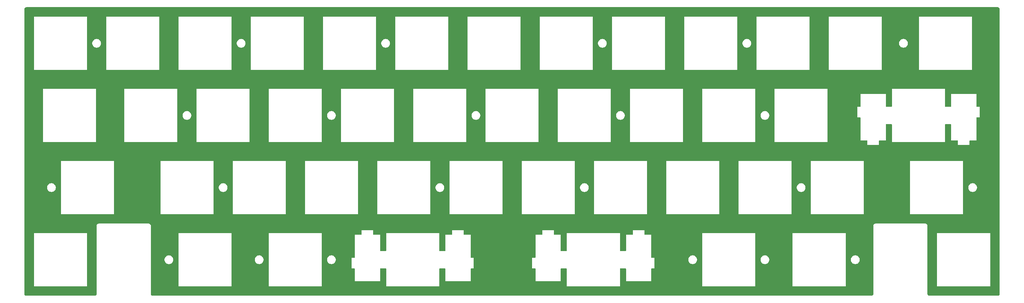
<source format=gbr>
%TF.GenerationSoftware,KiCad,Pcbnew,8.0.8*%
%TF.CreationDate,2025-05-13T11:21:35+02:00*%
%TF.ProjectId,naevies plate proto split,6e616576-6965-4732-9070-6c6174652070,rev?*%
%TF.SameCoordinates,Original*%
%TF.FileFunction,Copper,L1,Top*%
%TF.FilePolarity,Positive*%
%FSLAX46Y46*%
G04 Gerber Fmt 4.6, Leading zero omitted, Abs format (unit mm)*
G04 Created by KiCad (PCBNEW 8.0.8) date 2025-05-13 11:21:35*
%MOMM*%
%LPD*%
G01*
G04 APERTURE LIST*
G04 APERTURE END LIST*
%TA.AperFunction,Conductor*%
%TO.N,GND*%
G36*
X274139566Y-24606319D02*
G01*
X274142739Y-24606424D01*
X274188827Y-24607963D01*
X274216776Y-24612118D01*
X274313892Y-24638139D01*
X274343790Y-24650523D01*
X274428970Y-24699697D01*
X274429039Y-24699737D01*
X274454716Y-24719437D01*
X274524329Y-24789043D01*
X274544032Y-24814718D01*
X274593244Y-24899943D01*
X274593255Y-24899961D01*
X274605644Y-24929865D01*
X274631659Y-25026924D01*
X274635821Y-25054969D01*
X274637434Y-25104231D01*
X274637500Y-25108289D01*
X274637500Y-100304260D01*
X274637437Y-100308222D01*
X274635862Y-100357488D01*
X274631697Y-100385630D01*
X274605691Y-100482653D01*
X274593302Y-100512556D01*
X274544072Y-100597812D01*
X274524366Y-100623491D01*
X274454751Y-100693099D01*
X274429070Y-100712802D01*
X274343812Y-100762022D01*
X274313908Y-100774408D01*
X274216832Y-100800418D01*
X274188783Y-100804577D01*
X274142783Y-100806077D01*
X274139522Y-100806184D01*
X274135481Y-100806250D01*
X256089570Y-100806250D01*
X256085435Y-100806181D01*
X256078724Y-100805957D01*
X256036172Y-100804536D01*
X256008219Y-100800380D01*
X255911110Y-100774361D01*
X255881206Y-100761975D01*
X255795960Y-100712762D01*
X255770282Y-100693061D01*
X255700669Y-100623455D01*
X255680967Y-100597781D01*
X255631742Y-100512533D01*
X255619356Y-100482637D01*
X255593340Y-100385575D01*
X255589178Y-100357527D01*
X255587566Y-100308265D01*
X255587500Y-100304210D01*
X255587500Y-98281060D01*
X258113075Y-98281060D01*
X272112075Y-98281060D01*
X272112075Y-84281600D01*
X258113075Y-84281600D01*
X258113075Y-98281060D01*
X255587500Y-98281060D01*
X255587500Y-82256258D01*
X255587500Y-82256250D01*
X255585405Y-82190703D01*
X255551465Y-82064079D01*
X255485910Y-81950552D01*
X255485908Y-81950550D01*
X255485906Y-81950547D01*
X255393210Y-81857860D01*
X255373409Y-81846429D01*
X255279675Y-81792316D01*
X255279672Y-81792315D01*
X255279668Y-81792313D01*
X255153048Y-81758388D01*
X255087502Y-81756250D01*
X255087500Y-81756250D01*
X241800000Y-81756250D01*
X241767230Y-81757344D01*
X241734457Y-81758438D01*
X241734454Y-81758438D01*
X241607850Y-81792360D01*
X241607846Y-81792362D01*
X241494320Y-81857900D01*
X241401633Y-81950578D01*
X241401628Y-81950585D01*
X241336082Y-82064097D01*
X241336081Y-82064099D01*
X241302145Y-82190707D01*
X241302145Y-82190710D01*
X241300000Y-82256260D01*
X241300000Y-100304260D01*
X241299937Y-100308222D01*
X241298362Y-100357488D01*
X241294197Y-100385630D01*
X241268191Y-100482653D01*
X241255802Y-100512556D01*
X241206572Y-100597812D01*
X241186866Y-100623491D01*
X241117251Y-100693099D01*
X241091570Y-100712802D01*
X241006312Y-100762022D01*
X240976408Y-100774408D01*
X240879332Y-100800418D01*
X240851283Y-100804577D01*
X240805283Y-100806077D01*
X240802022Y-100806184D01*
X240797981Y-100806250D01*
X51302070Y-100806250D01*
X51297935Y-100806181D01*
X51291224Y-100805957D01*
X51248672Y-100804536D01*
X51220719Y-100800380D01*
X51123610Y-100774361D01*
X51093706Y-100761975D01*
X51008460Y-100712762D01*
X50982782Y-100693061D01*
X50913169Y-100623455D01*
X50893467Y-100597781D01*
X50844242Y-100512533D01*
X50831856Y-100482637D01*
X50805840Y-100385575D01*
X50801678Y-100357527D01*
X50800066Y-100308265D01*
X50800000Y-100304210D01*
X50800000Y-98281330D01*
X58087425Y-98281330D01*
X72087425Y-98281330D01*
X81899925Y-98281330D01*
X95899925Y-98281330D01*
X95899925Y-91174914D01*
X97277453Y-91174914D01*
X97277453Y-91387586D01*
X97316531Y-91596637D01*
X97393356Y-91794944D01*
X97393358Y-91794950D01*
X97505308Y-91975755D01*
X97505314Y-91975764D01*
X97648590Y-92132931D01*
X97818306Y-92261094D01*
X97915889Y-92309684D01*
X98008671Y-92355885D01*
X98008675Y-92355886D01*
X98008682Y-92355890D01*
X98213235Y-92414091D01*
X98424999Y-92433714D01*
X98425000Y-92433714D01*
X98425001Y-92433714D01*
X98495588Y-92427173D01*
X98636765Y-92414091D01*
X98841318Y-92355890D01*
X99031694Y-92261094D01*
X99201410Y-92132931D01*
X99344686Y-91975764D01*
X99456643Y-91794947D01*
X99533469Y-91596637D01*
X99572547Y-91387586D01*
X99575000Y-91281250D01*
X99572547Y-91174914D01*
X99533469Y-90965863D01*
X99459152Y-90774030D01*
X103727175Y-90774030D01*
X103727175Y-93568030D01*
X104466775Y-93568030D01*
X104533814Y-93587715D01*
X104579569Y-93640519D01*
X104590775Y-93692030D01*
X104590775Y-96971630D01*
X111245575Y-96971630D01*
X111245575Y-93704830D01*
X111265260Y-93637791D01*
X111318064Y-93592036D01*
X111369575Y-93580830D01*
X112731675Y-93580830D01*
X112798714Y-93600515D01*
X112844469Y-93653319D01*
X112855675Y-93704830D01*
X112855675Y-98281330D01*
X126856675Y-98281330D01*
X126856675Y-93704830D01*
X126876360Y-93637791D01*
X126929164Y-93592036D01*
X126980675Y-93580830D01*
X128342775Y-93580830D01*
X128409814Y-93600515D01*
X128455569Y-93653319D01*
X128466775Y-93704830D01*
X128466775Y-96971630D01*
X135121574Y-96971630D01*
X135121575Y-96971630D01*
X135131307Y-93704461D01*
X135151191Y-93637480D01*
X135204131Y-93591883D01*
X135255306Y-93580830D01*
X135955675Y-93580830D01*
X135955675Y-90781930D01*
X135255470Y-90781930D01*
X135228566Y-90774030D01*
X151352175Y-90774030D01*
X151352175Y-93568030D01*
X152091775Y-93568030D01*
X152158814Y-93587715D01*
X152204569Y-93640519D01*
X152215775Y-93692030D01*
X152215775Y-96971630D01*
X158870575Y-96971630D01*
X158870575Y-93704830D01*
X158890260Y-93637791D01*
X158943064Y-93592036D01*
X158994575Y-93580830D01*
X160356675Y-93580830D01*
X160423714Y-93600515D01*
X160469469Y-93653319D01*
X160480675Y-93704830D01*
X160480675Y-98281330D01*
X174481675Y-98281330D01*
X196199925Y-98281330D01*
X210199925Y-98281330D01*
X220012425Y-98281330D01*
X234012425Y-98281330D01*
X234012425Y-91174914D01*
X235389953Y-91174914D01*
X235389953Y-91387586D01*
X235429031Y-91596637D01*
X235505856Y-91794944D01*
X235505858Y-91794950D01*
X235617808Y-91975755D01*
X235617814Y-91975764D01*
X235761090Y-92132931D01*
X235930806Y-92261094D01*
X236028389Y-92309684D01*
X236121171Y-92355885D01*
X236121175Y-92355886D01*
X236121182Y-92355890D01*
X236325735Y-92414091D01*
X236537499Y-92433714D01*
X236537500Y-92433714D01*
X236537501Y-92433714D01*
X236608088Y-92427173D01*
X236749265Y-92414091D01*
X236953818Y-92355890D01*
X237144194Y-92261094D01*
X237313910Y-92132931D01*
X237457186Y-91975764D01*
X237569143Y-91794947D01*
X237645969Y-91596637D01*
X237685047Y-91387586D01*
X237687500Y-91281250D01*
X237685047Y-91174914D01*
X237645969Y-90965863D01*
X237569143Y-90767553D01*
X237565856Y-90762245D01*
X237457191Y-90586744D01*
X237457189Y-90586741D01*
X237457186Y-90586736D01*
X237313910Y-90429569D01*
X237144194Y-90301406D01*
X236953828Y-90206614D01*
X236953815Y-90206609D01*
X236884317Y-90186835D01*
X236749265Y-90148409D01*
X236643382Y-90138598D01*
X236537501Y-90128787D01*
X236537499Y-90128787D01*
X236325735Y-90148409D01*
X236121184Y-90206609D01*
X236121171Y-90206614D01*
X235930805Y-90301406D01*
X235761091Y-90429568D01*
X235761090Y-90429569D01*
X235617814Y-90586736D01*
X235617812Y-90586737D01*
X235617810Y-90586741D01*
X235617808Y-90586744D01*
X235505858Y-90767549D01*
X235505857Y-90767553D01*
X235429031Y-90965863D01*
X235389953Y-91174914D01*
X234012425Y-91174914D01*
X234012425Y-84281330D01*
X220012425Y-84281330D01*
X220012425Y-98281330D01*
X210199925Y-98281330D01*
X210199925Y-91174914D01*
X211577453Y-91174914D01*
X211577453Y-91387586D01*
X211616531Y-91596637D01*
X211693356Y-91794944D01*
X211693358Y-91794950D01*
X211805308Y-91975755D01*
X211805314Y-91975764D01*
X211948590Y-92132931D01*
X212118306Y-92261094D01*
X212215889Y-92309684D01*
X212308671Y-92355885D01*
X212308675Y-92355886D01*
X212308682Y-92355890D01*
X212513235Y-92414091D01*
X212724999Y-92433714D01*
X212725000Y-92433714D01*
X212725001Y-92433714D01*
X212795588Y-92427173D01*
X212936765Y-92414091D01*
X213141318Y-92355890D01*
X213331694Y-92261094D01*
X213501410Y-92132931D01*
X213644686Y-91975764D01*
X213756643Y-91794947D01*
X213833469Y-91596637D01*
X213872547Y-91387586D01*
X213875000Y-91281250D01*
X213872547Y-91174914D01*
X213833469Y-90965863D01*
X213756643Y-90767553D01*
X213753356Y-90762245D01*
X213644691Y-90586744D01*
X213644689Y-90586741D01*
X213644686Y-90586736D01*
X213501410Y-90429569D01*
X213331694Y-90301406D01*
X213141328Y-90206614D01*
X213141315Y-90206609D01*
X213071817Y-90186835D01*
X212936765Y-90148409D01*
X212830882Y-90138598D01*
X212725001Y-90128787D01*
X212724999Y-90128787D01*
X212513235Y-90148409D01*
X212308684Y-90206609D01*
X212308671Y-90206614D01*
X212118305Y-90301406D01*
X211948591Y-90429568D01*
X211948590Y-90429569D01*
X211805314Y-90586736D01*
X211805312Y-90586737D01*
X211805310Y-90586741D01*
X211805308Y-90586744D01*
X211693358Y-90767549D01*
X211693357Y-90767553D01*
X211616531Y-90965863D01*
X211577453Y-91174914D01*
X210199925Y-91174914D01*
X210199925Y-84281330D01*
X196199925Y-84281330D01*
X196199925Y-98281330D01*
X174481675Y-98281330D01*
X174481675Y-93704830D01*
X174501360Y-93637791D01*
X174554164Y-93592036D01*
X174605675Y-93580830D01*
X175967775Y-93580830D01*
X176034814Y-93600515D01*
X176080569Y-93653319D01*
X176091775Y-93704830D01*
X176091775Y-96971630D01*
X182746574Y-96971630D01*
X182746575Y-96971630D01*
X182756307Y-93704461D01*
X182776191Y-93637480D01*
X182829131Y-93591883D01*
X182880306Y-93580830D01*
X183580675Y-93580830D01*
X183580675Y-91174914D01*
X192527453Y-91174914D01*
X192527453Y-91387586D01*
X192566531Y-91596637D01*
X192643356Y-91794944D01*
X192643358Y-91794950D01*
X192755308Y-91975755D01*
X192755314Y-91975764D01*
X192898590Y-92132931D01*
X193068306Y-92261094D01*
X193165889Y-92309684D01*
X193258671Y-92355885D01*
X193258675Y-92355886D01*
X193258682Y-92355890D01*
X193463235Y-92414091D01*
X193674999Y-92433714D01*
X193675000Y-92433714D01*
X193675001Y-92433714D01*
X193745588Y-92427173D01*
X193886765Y-92414091D01*
X194091318Y-92355890D01*
X194281694Y-92261094D01*
X194451410Y-92132931D01*
X194594686Y-91975764D01*
X194706643Y-91794947D01*
X194783469Y-91596637D01*
X194822547Y-91387586D01*
X194825000Y-91281250D01*
X194822547Y-91174914D01*
X194783469Y-90965863D01*
X194706643Y-90767553D01*
X194703356Y-90762245D01*
X194594691Y-90586744D01*
X194594689Y-90586741D01*
X194594686Y-90586736D01*
X194451410Y-90429569D01*
X194281694Y-90301406D01*
X194091328Y-90206614D01*
X194091315Y-90206609D01*
X194021817Y-90186835D01*
X193886765Y-90148409D01*
X193780882Y-90138598D01*
X193675001Y-90128787D01*
X193674999Y-90128787D01*
X193463235Y-90148409D01*
X193258684Y-90206609D01*
X193258671Y-90206614D01*
X193068305Y-90301406D01*
X192898591Y-90429568D01*
X192898590Y-90429569D01*
X192755314Y-90586736D01*
X192755312Y-90586737D01*
X192755310Y-90586741D01*
X192755308Y-90586744D01*
X192643358Y-90767549D01*
X192643357Y-90767553D01*
X192566531Y-90965863D01*
X192527453Y-91174914D01*
X183580675Y-91174914D01*
X183580675Y-90781930D01*
X182880470Y-90781930D01*
X182813431Y-90762245D01*
X182767676Y-90709441D01*
X182756470Y-90658135D01*
X182753676Y-88969824D01*
X182746575Y-84678030D01*
X181067175Y-84678030D01*
X181000136Y-84658345D01*
X180954381Y-84605541D01*
X180943175Y-84554030D01*
X180943175Y-83509630D01*
X177895175Y-83509630D01*
X177895175Y-84554030D01*
X177875490Y-84621069D01*
X177822686Y-84666824D01*
X177771175Y-84678030D01*
X176091775Y-84678030D01*
X176091775Y-88857030D01*
X176072090Y-88924069D01*
X176019286Y-88969824D01*
X175967775Y-88981030D01*
X174605675Y-88981030D01*
X174538636Y-88961345D01*
X174492881Y-88908541D01*
X174481675Y-88857030D01*
X174481675Y-84282030D01*
X160480675Y-84282030D01*
X160480675Y-88857030D01*
X160460990Y-88924069D01*
X160408186Y-88969824D01*
X160356675Y-88981030D01*
X158994575Y-88981030D01*
X158927536Y-88961345D01*
X158881781Y-88908541D01*
X158870575Y-88857030D01*
X158870575Y-84678030D01*
X157191175Y-84678030D01*
X157124136Y-84658345D01*
X157078381Y-84605541D01*
X157067175Y-84554030D01*
X157067175Y-83509630D01*
X154019175Y-83509630D01*
X154019175Y-84554030D01*
X153999490Y-84621069D01*
X153946686Y-84666824D01*
X153895175Y-84678030D01*
X152215775Y-84678030D01*
X152215775Y-90650030D01*
X152196090Y-90717069D01*
X152143286Y-90762824D01*
X152091775Y-90774030D01*
X151352175Y-90774030D01*
X135228566Y-90774030D01*
X135188431Y-90762245D01*
X135142676Y-90709441D01*
X135131470Y-90658135D01*
X135128676Y-88969824D01*
X135121575Y-84678030D01*
X133442175Y-84678030D01*
X133375136Y-84658345D01*
X133329381Y-84605541D01*
X133318175Y-84554030D01*
X133318175Y-83509630D01*
X130270175Y-83509630D01*
X130270175Y-84554030D01*
X130250490Y-84621069D01*
X130197686Y-84666824D01*
X130146175Y-84678030D01*
X128466775Y-84678030D01*
X128466775Y-88857030D01*
X128447090Y-88924069D01*
X128394286Y-88969824D01*
X128342775Y-88981030D01*
X126980675Y-88981030D01*
X126913636Y-88961345D01*
X126867881Y-88908541D01*
X126856675Y-88857030D01*
X126856675Y-84282030D01*
X112855675Y-84282030D01*
X112855675Y-88857030D01*
X112835990Y-88924069D01*
X112783186Y-88969824D01*
X112731675Y-88981030D01*
X111369575Y-88981030D01*
X111302536Y-88961345D01*
X111256781Y-88908541D01*
X111245575Y-88857030D01*
X111245575Y-84678030D01*
X109566175Y-84678030D01*
X109499136Y-84658345D01*
X109453381Y-84605541D01*
X109442175Y-84554030D01*
X109442175Y-83509630D01*
X106394175Y-83509630D01*
X106394175Y-84554030D01*
X106374490Y-84621069D01*
X106321686Y-84666824D01*
X106270175Y-84678030D01*
X104590775Y-84678030D01*
X104590775Y-90650030D01*
X104571090Y-90717069D01*
X104518286Y-90762824D01*
X104466775Y-90774030D01*
X103727175Y-90774030D01*
X99459152Y-90774030D01*
X99456643Y-90767553D01*
X99453356Y-90762245D01*
X99344691Y-90586744D01*
X99344689Y-90586741D01*
X99344686Y-90586736D01*
X99201410Y-90429569D01*
X99031694Y-90301406D01*
X98841328Y-90206614D01*
X98841315Y-90206609D01*
X98771817Y-90186835D01*
X98636765Y-90148409D01*
X98530882Y-90138598D01*
X98425001Y-90128787D01*
X98424999Y-90128787D01*
X98213235Y-90148409D01*
X98008684Y-90206609D01*
X98008671Y-90206614D01*
X97818305Y-90301406D01*
X97648591Y-90429568D01*
X97648590Y-90429569D01*
X97505314Y-90586736D01*
X97505312Y-90586737D01*
X97505310Y-90586741D01*
X97505308Y-90586744D01*
X97393358Y-90767549D01*
X97393357Y-90767553D01*
X97316531Y-90965863D01*
X97277453Y-91174914D01*
X95899925Y-91174914D01*
X95899925Y-84281330D01*
X81899925Y-84281330D01*
X81899925Y-98281330D01*
X72087425Y-98281330D01*
X72087425Y-91174914D01*
X78227453Y-91174914D01*
X78227453Y-91387586D01*
X78266531Y-91596637D01*
X78343356Y-91794944D01*
X78343358Y-91794950D01*
X78455308Y-91975755D01*
X78455314Y-91975764D01*
X78598590Y-92132931D01*
X78768306Y-92261094D01*
X78865889Y-92309684D01*
X78958671Y-92355885D01*
X78958675Y-92355886D01*
X78958682Y-92355890D01*
X79163235Y-92414091D01*
X79374999Y-92433714D01*
X79375000Y-92433714D01*
X79375001Y-92433714D01*
X79445588Y-92427173D01*
X79586765Y-92414091D01*
X79791318Y-92355890D01*
X79981694Y-92261094D01*
X80151410Y-92132931D01*
X80294686Y-91975764D01*
X80406643Y-91794947D01*
X80483469Y-91596637D01*
X80522547Y-91387586D01*
X80525000Y-91281250D01*
X80522547Y-91174914D01*
X80483469Y-90965863D01*
X80406643Y-90767553D01*
X80403356Y-90762245D01*
X80294691Y-90586744D01*
X80294689Y-90586741D01*
X80294686Y-90586736D01*
X80151410Y-90429569D01*
X79981694Y-90301406D01*
X79791328Y-90206614D01*
X79791315Y-90206609D01*
X79721817Y-90186835D01*
X79586765Y-90148409D01*
X79480882Y-90138598D01*
X79375001Y-90128787D01*
X79374999Y-90128787D01*
X79163235Y-90148409D01*
X78958684Y-90206609D01*
X78958671Y-90206614D01*
X78768305Y-90301406D01*
X78598591Y-90429568D01*
X78598590Y-90429569D01*
X78455314Y-90586736D01*
X78455312Y-90586737D01*
X78455310Y-90586741D01*
X78455308Y-90586744D01*
X78343358Y-90767549D01*
X78343357Y-90767553D01*
X78266531Y-90965863D01*
X78227453Y-91174914D01*
X72087425Y-91174914D01*
X72087425Y-84281330D01*
X58087425Y-84281330D01*
X58087425Y-98281330D01*
X50800000Y-98281330D01*
X50800000Y-91174914D01*
X54414953Y-91174914D01*
X54414953Y-91387586D01*
X54454031Y-91596637D01*
X54530856Y-91794944D01*
X54530858Y-91794950D01*
X54642808Y-91975755D01*
X54642814Y-91975764D01*
X54786090Y-92132931D01*
X54955806Y-92261094D01*
X55053389Y-92309684D01*
X55146171Y-92355885D01*
X55146175Y-92355886D01*
X55146182Y-92355890D01*
X55350735Y-92414091D01*
X55562499Y-92433714D01*
X55562500Y-92433714D01*
X55562501Y-92433714D01*
X55633088Y-92427173D01*
X55774265Y-92414091D01*
X55978818Y-92355890D01*
X56169194Y-92261094D01*
X56338910Y-92132931D01*
X56482186Y-91975764D01*
X56594143Y-91794947D01*
X56670969Y-91596637D01*
X56710047Y-91387586D01*
X56712500Y-91281250D01*
X56710047Y-91174914D01*
X56670969Y-90965863D01*
X56594143Y-90767553D01*
X56590856Y-90762245D01*
X56482191Y-90586744D01*
X56482189Y-90586741D01*
X56482186Y-90586736D01*
X56338910Y-90429569D01*
X56169194Y-90301406D01*
X55978828Y-90206614D01*
X55978815Y-90206609D01*
X55909317Y-90186835D01*
X55774265Y-90148409D01*
X55668382Y-90138598D01*
X55562501Y-90128787D01*
X55562499Y-90128787D01*
X55350735Y-90148409D01*
X55146184Y-90206609D01*
X55146171Y-90206614D01*
X54955805Y-90301406D01*
X54786091Y-90429568D01*
X54786090Y-90429569D01*
X54642814Y-90586736D01*
X54642812Y-90586737D01*
X54642810Y-90586741D01*
X54642808Y-90586744D01*
X54530858Y-90767549D01*
X54530857Y-90767553D01*
X54454031Y-90965863D01*
X54414953Y-91174914D01*
X50800000Y-91174914D01*
X50800000Y-82256258D01*
X50800000Y-82256250D01*
X50797905Y-82190703D01*
X50763965Y-82064079D01*
X50698410Y-81950552D01*
X50698408Y-81950550D01*
X50698406Y-81950547D01*
X50605710Y-81857860D01*
X50585909Y-81846429D01*
X50492175Y-81792316D01*
X50492172Y-81792315D01*
X50492168Y-81792313D01*
X50365548Y-81758388D01*
X50300002Y-81756250D01*
X50300000Y-81756250D01*
X37012500Y-81756250D01*
X36979730Y-81757344D01*
X36946957Y-81758438D01*
X36946954Y-81758438D01*
X36820350Y-81792360D01*
X36820346Y-81792362D01*
X36706820Y-81857900D01*
X36614133Y-81950578D01*
X36614128Y-81950585D01*
X36548582Y-82064097D01*
X36548581Y-82064099D01*
X36514645Y-82190707D01*
X36514645Y-82190710D01*
X36512500Y-82256260D01*
X36512500Y-100304260D01*
X36512437Y-100308222D01*
X36510862Y-100357488D01*
X36506697Y-100385630D01*
X36480691Y-100482653D01*
X36468302Y-100512556D01*
X36419072Y-100597812D01*
X36399366Y-100623491D01*
X36329751Y-100693099D01*
X36304070Y-100712802D01*
X36218812Y-100762022D01*
X36188908Y-100774408D01*
X36091832Y-100800418D01*
X36063783Y-100804577D01*
X36017783Y-100806077D01*
X36014522Y-100806184D01*
X36010481Y-100806250D01*
X17964522Y-100806250D01*
X17960479Y-100806184D01*
X17955188Y-100806011D01*
X17911217Y-100804576D01*
X17883170Y-100800417D01*
X17786101Y-100774408D01*
X17756194Y-100762020D01*
X17670943Y-100712800D01*
X17645262Y-100693094D01*
X17575655Y-100623487D01*
X17555949Y-100597806D01*
X17506730Y-100512556D01*
X17506727Y-100512551D01*
X17494343Y-100482653D01*
X17468331Y-100385575D01*
X17464173Y-100357529D01*
X17462566Y-100308271D01*
X17462500Y-100304228D01*
X17462500Y-98281060D01*
X19987725Y-98281060D01*
X33987275Y-98281060D01*
X33987275Y-84281600D01*
X19987725Y-84281600D01*
X19987725Y-98281060D01*
X17462500Y-98281060D01*
X17462500Y-79231100D01*
X27130105Y-79231100D01*
X41130975Y-79231100D01*
X53325275Y-79231100D01*
X67324575Y-79231100D01*
X72375275Y-79231100D01*
X86374575Y-79231100D01*
X91425275Y-79231100D01*
X105424575Y-79231100D01*
X110475275Y-79231100D01*
X124475075Y-79231100D01*
X129525075Y-79231100D01*
X143525075Y-79231100D01*
X148575075Y-79231100D01*
X162575075Y-79231100D01*
X167625075Y-79231100D01*
X181625075Y-79231100D01*
X186675075Y-79231100D01*
X200675075Y-79231100D01*
X205725075Y-79231100D01*
X219725075Y-79231100D01*
X224775075Y-79231100D01*
X238775075Y-79231100D01*
X250969075Y-79231100D01*
X264968075Y-79231100D01*
X264968075Y-72124914D01*
X266346203Y-72124914D01*
X266346203Y-72337586D01*
X266385281Y-72546637D01*
X266462106Y-72744944D01*
X266462108Y-72744950D01*
X266574058Y-72925755D01*
X266574064Y-72925764D01*
X266717340Y-73082931D01*
X266887056Y-73211094D01*
X266984639Y-73259684D01*
X267077421Y-73305885D01*
X267077425Y-73305886D01*
X267077432Y-73305890D01*
X267281985Y-73364091D01*
X267493749Y-73383714D01*
X267493750Y-73383714D01*
X267493751Y-73383714D01*
X267564338Y-73377173D01*
X267705515Y-73364091D01*
X267910068Y-73305890D01*
X268100444Y-73211094D01*
X268270160Y-73082931D01*
X268413436Y-72925764D01*
X268525393Y-72744947D01*
X268602219Y-72546637D01*
X268641297Y-72337586D01*
X268643750Y-72231250D01*
X268641297Y-72124914D01*
X268602219Y-71915863D01*
X268525393Y-71717553D01*
X268413436Y-71536736D01*
X268270160Y-71379569D01*
X268100444Y-71251406D01*
X267910078Y-71156614D01*
X267910065Y-71156609D01*
X267840567Y-71136835D01*
X267705515Y-71098409D01*
X267599632Y-71088598D01*
X267493751Y-71078787D01*
X267493749Y-71078787D01*
X267281985Y-71098409D01*
X267077434Y-71156609D01*
X267077421Y-71156614D01*
X266887055Y-71251406D01*
X266717341Y-71379568D01*
X266717340Y-71379569D01*
X266574064Y-71536736D01*
X266574062Y-71536737D01*
X266574060Y-71536741D01*
X266574058Y-71536744D01*
X266462108Y-71717549D01*
X266462107Y-71717553D01*
X266385281Y-71915863D01*
X266346203Y-72124914D01*
X264968075Y-72124914D01*
X264968075Y-65231700D01*
X250969075Y-65231700D01*
X250969075Y-79231100D01*
X238775075Y-79231100D01*
X238775075Y-65231700D01*
X224775075Y-65231700D01*
X224775075Y-79231100D01*
X219725075Y-79231100D01*
X219725075Y-72124914D01*
X221102453Y-72124914D01*
X221102453Y-72337586D01*
X221141531Y-72546637D01*
X221218356Y-72744944D01*
X221218358Y-72744950D01*
X221330308Y-72925755D01*
X221330314Y-72925764D01*
X221473590Y-73082931D01*
X221643306Y-73211094D01*
X221740889Y-73259684D01*
X221833671Y-73305885D01*
X221833675Y-73305886D01*
X221833682Y-73305890D01*
X222038235Y-73364091D01*
X222249999Y-73383714D01*
X222250000Y-73383714D01*
X222250001Y-73383714D01*
X222320588Y-73377173D01*
X222461765Y-73364091D01*
X222666318Y-73305890D01*
X222856694Y-73211094D01*
X223026410Y-73082931D01*
X223169686Y-72925764D01*
X223281643Y-72744947D01*
X223358469Y-72546637D01*
X223397547Y-72337586D01*
X223400000Y-72231250D01*
X223397547Y-72124914D01*
X223358469Y-71915863D01*
X223281643Y-71717553D01*
X223169686Y-71536736D01*
X223026410Y-71379569D01*
X222856694Y-71251406D01*
X222666328Y-71156614D01*
X222666315Y-71156609D01*
X222596817Y-71136835D01*
X222461765Y-71098409D01*
X222355882Y-71088598D01*
X222250001Y-71078787D01*
X222249999Y-71078787D01*
X222038235Y-71098409D01*
X221833684Y-71156609D01*
X221833671Y-71156614D01*
X221643305Y-71251406D01*
X221473591Y-71379568D01*
X221473590Y-71379569D01*
X221330314Y-71536736D01*
X221330312Y-71536737D01*
X221330310Y-71536741D01*
X221330308Y-71536744D01*
X221218358Y-71717549D01*
X221218357Y-71717553D01*
X221141531Y-71915863D01*
X221102453Y-72124914D01*
X219725075Y-72124914D01*
X219725075Y-65231700D01*
X205725075Y-65231700D01*
X205725075Y-79231100D01*
X200675075Y-79231100D01*
X200675075Y-65231700D01*
X186675075Y-65231700D01*
X186675075Y-79231100D01*
X181625075Y-79231100D01*
X181625075Y-65231700D01*
X167625075Y-65231700D01*
X167625075Y-79231100D01*
X162575075Y-79231100D01*
X162575075Y-72124914D01*
X163952453Y-72124914D01*
X163952453Y-72337586D01*
X163991531Y-72546637D01*
X164068356Y-72744944D01*
X164068358Y-72744950D01*
X164180308Y-72925755D01*
X164180314Y-72925764D01*
X164323590Y-73082931D01*
X164493306Y-73211094D01*
X164590889Y-73259684D01*
X164683671Y-73305885D01*
X164683675Y-73305886D01*
X164683682Y-73305890D01*
X164888235Y-73364091D01*
X165099999Y-73383714D01*
X165100000Y-73383714D01*
X165100001Y-73383714D01*
X165170588Y-73377173D01*
X165311765Y-73364091D01*
X165516318Y-73305890D01*
X165706694Y-73211094D01*
X165876410Y-73082931D01*
X166019686Y-72925764D01*
X166131643Y-72744947D01*
X166208469Y-72546637D01*
X166247547Y-72337586D01*
X166250000Y-72231250D01*
X166247547Y-72124914D01*
X166208469Y-71915863D01*
X166131643Y-71717553D01*
X166019686Y-71536736D01*
X165876410Y-71379569D01*
X165706694Y-71251406D01*
X165516328Y-71156614D01*
X165516315Y-71156609D01*
X165446817Y-71136835D01*
X165311765Y-71098409D01*
X165205882Y-71088598D01*
X165100001Y-71078787D01*
X165099999Y-71078787D01*
X164888235Y-71098409D01*
X164683684Y-71156609D01*
X164683671Y-71156614D01*
X164493305Y-71251406D01*
X164323591Y-71379568D01*
X164323590Y-71379569D01*
X164180314Y-71536736D01*
X164180312Y-71536737D01*
X164180310Y-71536741D01*
X164180308Y-71536744D01*
X164068358Y-71717549D01*
X164068357Y-71717553D01*
X163991531Y-71915863D01*
X163952453Y-72124914D01*
X162575075Y-72124914D01*
X162575075Y-65231700D01*
X148575075Y-65231700D01*
X148575075Y-79231100D01*
X143525075Y-79231100D01*
X143525075Y-65231700D01*
X129525075Y-65231700D01*
X129525075Y-79231100D01*
X124475075Y-79231100D01*
X124475075Y-72124914D01*
X125852453Y-72124914D01*
X125852453Y-72337586D01*
X125891531Y-72546637D01*
X125968356Y-72744944D01*
X125968358Y-72744950D01*
X126080308Y-72925755D01*
X126080314Y-72925764D01*
X126223590Y-73082931D01*
X126393306Y-73211094D01*
X126490889Y-73259684D01*
X126583671Y-73305885D01*
X126583675Y-73305886D01*
X126583682Y-73305890D01*
X126788235Y-73364091D01*
X126999999Y-73383714D01*
X127000000Y-73383714D01*
X127000001Y-73383714D01*
X127070588Y-73377173D01*
X127211765Y-73364091D01*
X127416318Y-73305890D01*
X127606694Y-73211094D01*
X127776410Y-73082931D01*
X127919686Y-72925764D01*
X128031643Y-72744947D01*
X128108469Y-72546637D01*
X128147547Y-72337586D01*
X128150000Y-72231250D01*
X128147547Y-72124914D01*
X128108469Y-71915863D01*
X128031643Y-71717553D01*
X127919686Y-71536736D01*
X127776410Y-71379569D01*
X127606694Y-71251406D01*
X127416328Y-71156614D01*
X127416315Y-71156609D01*
X127346817Y-71136835D01*
X127211765Y-71098409D01*
X127105882Y-71088598D01*
X127000001Y-71078787D01*
X126999999Y-71078787D01*
X126788235Y-71098409D01*
X126583684Y-71156609D01*
X126583671Y-71156614D01*
X126393305Y-71251406D01*
X126223591Y-71379568D01*
X126223590Y-71379569D01*
X126080314Y-71536736D01*
X126080312Y-71536737D01*
X126080310Y-71536741D01*
X126080308Y-71536744D01*
X125968358Y-71717549D01*
X125968357Y-71717553D01*
X125891531Y-71915863D01*
X125852453Y-72124914D01*
X124475075Y-72124914D01*
X124475075Y-65231700D01*
X110475275Y-65231700D01*
X110475275Y-79231100D01*
X105424575Y-79231100D01*
X105424575Y-65231700D01*
X91425275Y-65231700D01*
X91425275Y-79231100D01*
X86374575Y-79231100D01*
X86374575Y-65231700D01*
X72375275Y-65231700D01*
X72375275Y-79231100D01*
X67324575Y-79231100D01*
X67324575Y-72124914D01*
X68702453Y-72124914D01*
X68702453Y-72337586D01*
X68741531Y-72546637D01*
X68818356Y-72744944D01*
X68818358Y-72744950D01*
X68930308Y-72925755D01*
X68930314Y-72925764D01*
X69073590Y-73082931D01*
X69243306Y-73211094D01*
X69340889Y-73259684D01*
X69433671Y-73305885D01*
X69433675Y-73305886D01*
X69433682Y-73305890D01*
X69638235Y-73364091D01*
X69849999Y-73383714D01*
X69850000Y-73383714D01*
X69850001Y-73383714D01*
X69920588Y-73377173D01*
X70061765Y-73364091D01*
X70266318Y-73305890D01*
X70456694Y-73211094D01*
X70626410Y-73082931D01*
X70769686Y-72925764D01*
X70881643Y-72744947D01*
X70958469Y-72546637D01*
X70997547Y-72337586D01*
X71000000Y-72231250D01*
X70997547Y-72124914D01*
X70958469Y-71915863D01*
X70881643Y-71717553D01*
X70769686Y-71536736D01*
X70626410Y-71379569D01*
X70456694Y-71251406D01*
X70266328Y-71156614D01*
X70266315Y-71156609D01*
X70196817Y-71136835D01*
X70061765Y-71098409D01*
X69955882Y-71088598D01*
X69850001Y-71078787D01*
X69849999Y-71078787D01*
X69638235Y-71098409D01*
X69433684Y-71156609D01*
X69433671Y-71156614D01*
X69243305Y-71251406D01*
X69073591Y-71379568D01*
X69073590Y-71379569D01*
X68930314Y-71536736D01*
X68930312Y-71536737D01*
X68930310Y-71536741D01*
X68930308Y-71536744D01*
X68818358Y-71717549D01*
X68818357Y-71717553D01*
X68741531Y-71915863D01*
X68702453Y-72124914D01*
X67324575Y-72124914D01*
X67324575Y-65231700D01*
X53325275Y-65231700D01*
X53325275Y-79231100D01*
X41130975Y-79231100D01*
X41130975Y-65231700D01*
X27130105Y-65231700D01*
X27130105Y-79231100D01*
X17462500Y-79231100D01*
X17462500Y-72124914D01*
X23458703Y-72124914D01*
X23458703Y-72337586D01*
X23497781Y-72546637D01*
X23574606Y-72744944D01*
X23574608Y-72744950D01*
X23686558Y-72925755D01*
X23686564Y-72925764D01*
X23829840Y-73082931D01*
X23999556Y-73211094D01*
X24097139Y-73259684D01*
X24189921Y-73305885D01*
X24189925Y-73305886D01*
X24189932Y-73305890D01*
X24394485Y-73364091D01*
X24606249Y-73383714D01*
X24606250Y-73383714D01*
X24606251Y-73383714D01*
X24676838Y-73377173D01*
X24818015Y-73364091D01*
X25022568Y-73305890D01*
X25212944Y-73211094D01*
X25382660Y-73082931D01*
X25525936Y-72925764D01*
X25637893Y-72744947D01*
X25714719Y-72546637D01*
X25753797Y-72337586D01*
X25756250Y-72231250D01*
X25753797Y-72124914D01*
X25714719Y-71915863D01*
X25637893Y-71717553D01*
X25525936Y-71536736D01*
X25382660Y-71379569D01*
X25212944Y-71251406D01*
X25022578Y-71156614D01*
X25022565Y-71156609D01*
X24953067Y-71136835D01*
X24818015Y-71098409D01*
X24712132Y-71088598D01*
X24606251Y-71078787D01*
X24606249Y-71078787D01*
X24394485Y-71098409D01*
X24189934Y-71156609D01*
X24189921Y-71156614D01*
X23999555Y-71251406D01*
X23829841Y-71379568D01*
X23829840Y-71379569D01*
X23686564Y-71536736D01*
X23686562Y-71536737D01*
X23686560Y-71536741D01*
X23686558Y-71536744D01*
X23574608Y-71717549D01*
X23574607Y-71717553D01*
X23497781Y-71915863D01*
X23458703Y-72124914D01*
X17462500Y-72124914D01*
X17462500Y-60180900D01*
X22368985Y-60180900D01*
X36368475Y-60180900D01*
X43800275Y-60180900D01*
X57799575Y-60180900D01*
X62850275Y-60180900D01*
X76849575Y-60180900D01*
X81900275Y-60180900D01*
X95899575Y-60180900D01*
X100950275Y-60180900D01*
X114949575Y-60180900D01*
X120000075Y-60180900D01*
X134000075Y-60180900D01*
X139050075Y-60180900D01*
X153050075Y-60180900D01*
X158100075Y-60180900D01*
X172100075Y-60180900D01*
X177150075Y-60180900D01*
X191150075Y-60180900D01*
X196200075Y-60180900D01*
X210200075Y-60180900D01*
X215250075Y-60180900D01*
X229250075Y-60180900D01*
X229250075Y-50882100D01*
X237106075Y-50882100D01*
X237106075Y-53681000D01*
X237806280Y-53681000D01*
X237873319Y-53700685D01*
X237919074Y-53753489D01*
X237930279Y-53804794D01*
X237940175Y-59784900D01*
X239619575Y-59784900D01*
X239686614Y-59804585D01*
X239732369Y-59857389D01*
X239743575Y-59908900D01*
X239743575Y-60953300D01*
X242791575Y-60953300D01*
X242791575Y-59908900D01*
X242811260Y-59841861D01*
X242864064Y-59796106D01*
X242915575Y-59784900D01*
X244594975Y-59784900D01*
X244594975Y-55605900D01*
X244614660Y-55538861D01*
X244667464Y-55493106D01*
X244718975Y-55481900D01*
X246081075Y-55481900D01*
X246148114Y-55501585D01*
X246193869Y-55554389D01*
X246205075Y-55605900D01*
X246205075Y-60180900D01*
X260206075Y-60180900D01*
X260206075Y-55605900D01*
X260225760Y-55538861D01*
X260278564Y-55493106D01*
X260330075Y-55481900D01*
X261692175Y-55481900D01*
X261759214Y-55501585D01*
X261804969Y-55554389D01*
X261816175Y-55605900D01*
X261816175Y-59784900D01*
X263495575Y-59784900D01*
X263562614Y-59804585D01*
X263608369Y-59857389D01*
X263619575Y-59908900D01*
X263619575Y-60953300D01*
X266667575Y-60953300D01*
X266667575Y-59908900D01*
X266687260Y-59841861D01*
X266740064Y-59796106D01*
X266791575Y-59784900D01*
X268470975Y-59784900D01*
X268470975Y-53812900D01*
X268490660Y-53745861D01*
X268543464Y-53700106D01*
X268594975Y-53688900D01*
X269334575Y-53688900D01*
X269334575Y-50894900D01*
X268594975Y-50894900D01*
X268527936Y-50875215D01*
X268482181Y-50822411D01*
X268470975Y-50770900D01*
X268470975Y-47491300D01*
X261816175Y-47491300D01*
X261816175Y-50758100D01*
X261796490Y-50825139D01*
X261743686Y-50870894D01*
X261692175Y-50882100D01*
X260330075Y-50882100D01*
X260263036Y-50862415D01*
X260217281Y-50809611D01*
X260206075Y-50758100D01*
X260206075Y-46181600D01*
X246205075Y-46181600D01*
X246205075Y-50758100D01*
X246185390Y-50825139D01*
X246132586Y-50870894D01*
X246081075Y-50882100D01*
X244718975Y-50882100D01*
X244651936Y-50862415D01*
X244606181Y-50809611D01*
X244594975Y-50758100D01*
X244594975Y-47491300D01*
X237940175Y-47491300D01*
X237940174Y-47491300D01*
X237940174Y-47491301D01*
X237930443Y-50758469D01*
X237910559Y-50825450D01*
X237857619Y-50871047D01*
X237806444Y-50882100D01*
X237106075Y-50882100D01*
X229250075Y-50882100D01*
X229250075Y-46181600D01*
X215250075Y-46181600D01*
X215250075Y-60180900D01*
X210200075Y-60180900D01*
X210200075Y-53074914D01*
X211577453Y-53074914D01*
X211577453Y-53287586D01*
X211616531Y-53496637D01*
X211693356Y-53694944D01*
X211693358Y-53694950D01*
X211766390Y-53812900D01*
X211805314Y-53875764D01*
X211948590Y-54032931D01*
X212118306Y-54161094D01*
X212215889Y-54209684D01*
X212308671Y-54255885D01*
X212308675Y-54255886D01*
X212308682Y-54255890D01*
X212513235Y-54314091D01*
X212724999Y-54333714D01*
X212725000Y-54333714D01*
X212725001Y-54333714D01*
X212795588Y-54327173D01*
X212936765Y-54314091D01*
X213141318Y-54255890D01*
X213331694Y-54161094D01*
X213501410Y-54032931D01*
X213644686Y-53875764D01*
X213756643Y-53694947D01*
X213833469Y-53496637D01*
X213872547Y-53287586D01*
X213875000Y-53181250D01*
X213872547Y-53074914D01*
X213833469Y-52865863D01*
X213756643Y-52667553D01*
X213644686Y-52486736D01*
X213501410Y-52329569D01*
X213331694Y-52201406D01*
X213141328Y-52106614D01*
X213141315Y-52106609D01*
X213071817Y-52086835D01*
X212936765Y-52048409D01*
X212830882Y-52038598D01*
X212725001Y-52028787D01*
X212724999Y-52028787D01*
X212513235Y-52048409D01*
X212308684Y-52106609D01*
X212308671Y-52106614D01*
X212118305Y-52201406D01*
X211948591Y-52329568D01*
X211948590Y-52329569D01*
X211805314Y-52486736D01*
X211805312Y-52486737D01*
X211805310Y-52486741D01*
X211805308Y-52486744D01*
X211693358Y-52667549D01*
X211693357Y-52667553D01*
X211616531Y-52865863D01*
X211577453Y-53074914D01*
X210200075Y-53074914D01*
X210200075Y-46181600D01*
X196200075Y-46181600D01*
X196200075Y-60180900D01*
X191150075Y-60180900D01*
X191150075Y-46181600D01*
X177150075Y-46181600D01*
X177150075Y-60180900D01*
X172100075Y-60180900D01*
X172100075Y-53074914D01*
X173477453Y-53074914D01*
X173477453Y-53287586D01*
X173516531Y-53496637D01*
X173593356Y-53694944D01*
X173593358Y-53694950D01*
X173666390Y-53812900D01*
X173705314Y-53875764D01*
X173848590Y-54032931D01*
X174018306Y-54161094D01*
X174115889Y-54209684D01*
X174208671Y-54255885D01*
X174208675Y-54255886D01*
X174208682Y-54255890D01*
X174413235Y-54314091D01*
X174624999Y-54333714D01*
X174625000Y-54333714D01*
X174625001Y-54333714D01*
X174695588Y-54327173D01*
X174836765Y-54314091D01*
X175041318Y-54255890D01*
X175231694Y-54161094D01*
X175401410Y-54032931D01*
X175544686Y-53875764D01*
X175656643Y-53694947D01*
X175733469Y-53496637D01*
X175772547Y-53287586D01*
X175775000Y-53181250D01*
X175772547Y-53074914D01*
X175733469Y-52865863D01*
X175656643Y-52667553D01*
X175544686Y-52486736D01*
X175401410Y-52329569D01*
X175231694Y-52201406D01*
X175041328Y-52106614D01*
X175041315Y-52106609D01*
X174971817Y-52086835D01*
X174836765Y-52048409D01*
X174730882Y-52038598D01*
X174625001Y-52028787D01*
X174624999Y-52028787D01*
X174413235Y-52048409D01*
X174208684Y-52106609D01*
X174208671Y-52106614D01*
X174018305Y-52201406D01*
X173848591Y-52329568D01*
X173848590Y-52329569D01*
X173705314Y-52486736D01*
X173705312Y-52486737D01*
X173705310Y-52486741D01*
X173705308Y-52486744D01*
X173593358Y-52667549D01*
X173593357Y-52667553D01*
X173516531Y-52865863D01*
X173477453Y-53074914D01*
X172100075Y-53074914D01*
X172100075Y-46181600D01*
X158100075Y-46181600D01*
X158100075Y-60180900D01*
X153050075Y-60180900D01*
X153050075Y-46181600D01*
X139050075Y-46181600D01*
X139050075Y-60180900D01*
X134000075Y-60180900D01*
X134000075Y-53074914D01*
X135377453Y-53074914D01*
X135377453Y-53287586D01*
X135416531Y-53496637D01*
X135493356Y-53694944D01*
X135493358Y-53694950D01*
X135566390Y-53812900D01*
X135605314Y-53875764D01*
X135748590Y-54032931D01*
X135918306Y-54161094D01*
X136015889Y-54209684D01*
X136108671Y-54255885D01*
X136108675Y-54255886D01*
X136108682Y-54255890D01*
X136313235Y-54314091D01*
X136524999Y-54333714D01*
X136525000Y-54333714D01*
X136525001Y-54333714D01*
X136595588Y-54327173D01*
X136736765Y-54314091D01*
X136941318Y-54255890D01*
X137131694Y-54161094D01*
X137301410Y-54032931D01*
X137444686Y-53875764D01*
X137556643Y-53694947D01*
X137633469Y-53496637D01*
X137672547Y-53287586D01*
X137675000Y-53181250D01*
X137672547Y-53074914D01*
X137633469Y-52865863D01*
X137556643Y-52667553D01*
X137444686Y-52486736D01*
X137301410Y-52329569D01*
X137131694Y-52201406D01*
X136941328Y-52106614D01*
X136941315Y-52106609D01*
X136871817Y-52086835D01*
X136736765Y-52048409D01*
X136630882Y-52038598D01*
X136525001Y-52028787D01*
X136524999Y-52028787D01*
X136313235Y-52048409D01*
X136108684Y-52106609D01*
X136108671Y-52106614D01*
X135918305Y-52201406D01*
X135748591Y-52329568D01*
X135748590Y-52329569D01*
X135605314Y-52486736D01*
X135605312Y-52486737D01*
X135605310Y-52486741D01*
X135605308Y-52486744D01*
X135493358Y-52667549D01*
X135493357Y-52667553D01*
X135416531Y-52865863D01*
X135377453Y-53074914D01*
X134000075Y-53074914D01*
X134000075Y-46181600D01*
X120000075Y-46181600D01*
X120000075Y-60180900D01*
X114949575Y-60180900D01*
X114949575Y-46181600D01*
X100950275Y-46181600D01*
X100950275Y-60180900D01*
X95899575Y-60180900D01*
X95899575Y-53074914D01*
X97277453Y-53074914D01*
X97277453Y-53287586D01*
X97316531Y-53496637D01*
X97393356Y-53694944D01*
X97393358Y-53694950D01*
X97466390Y-53812900D01*
X97505314Y-53875764D01*
X97648590Y-54032931D01*
X97818306Y-54161094D01*
X97915889Y-54209684D01*
X98008671Y-54255885D01*
X98008675Y-54255886D01*
X98008682Y-54255890D01*
X98213235Y-54314091D01*
X98424999Y-54333714D01*
X98425000Y-54333714D01*
X98425001Y-54333714D01*
X98495588Y-54327173D01*
X98636765Y-54314091D01*
X98841318Y-54255890D01*
X99031694Y-54161094D01*
X99201410Y-54032931D01*
X99344686Y-53875764D01*
X99456643Y-53694947D01*
X99533469Y-53496637D01*
X99572547Y-53287586D01*
X99575000Y-53181250D01*
X99572547Y-53074914D01*
X99533469Y-52865863D01*
X99456643Y-52667553D01*
X99344686Y-52486736D01*
X99201410Y-52329569D01*
X99031694Y-52201406D01*
X98841328Y-52106614D01*
X98841315Y-52106609D01*
X98771817Y-52086835D01*
X98636765Y-52048409D01*
X98530882Y-52038598D01*
X98425001Y-52028787D01*
X98424999Y-52028787D01*
X98213235Y-52048409D01*
X98008684Y-52106609D01*
X98008671Y-52106614D01*
X97818305Y-52201406D01*
X97648591Y-52329568D01*
X97648590Y-52329569D01*
X97505314Y-52486736D01*
X97505312Y-52486737D01*
X97505310Y-52486741D01*
X97505308Y-52486744D01*
X97393358Y-52667549D01*
X97393357Y-52667553D01*
X97316531Y-52865863D01*
X97277453Y-53074914D01*
X95899575Y-53074914D01*
X95899575Y-46181600D01*
X81900275Y-46181600D01*
X81900275Y-60180900D01*
X76849575Y-60180900D01*
X76849575Y-46181600D01*
X62850275Y-46181600D01*
X62850275Y-60180900D01*
X57799575Y-60180900D01*
X57799575Y-53074914D01*
X59177453Y-53074914D01*
X59177453Y-53287586D01*
X59216531Y-53496637D01*
X59293356Y-53694944D01*
X59293358Y-53694950D01*
X59366390Y-53812900D01*
X59405314Y-53875764D01*
X59548590Y-54032931D01*
X59718306Y-54161094D01*
X59815889Y-54209684D01*
X59908671Y-54255885D01*
X59908675Y-54255886D01*
X59908682Y-54255890D01*
X60113235Y-54314091D01*
X60324999Y-54333714D01*
X60325000Y-54333714D01*
X60325001Y-54333714D01*
X60395588Y-54327173D01*
X60536765Y-54314091D01*
X60741318Y-54255890D01*
X60931694Y-54161094D01*
X61101410Y-54032931D01*
X61244686Y-53875764D01*
X61356643Y-53694947D01*
X61433469Y-53496637D01*
X61472547Y-53287586D01*
X61475000Y-53181250D01*
X61472547Y-53074914D01*
X61433469Y-52865863D01*
X61356643Y-52667553D01*
X61244686Y-52486736D01*
X61101410Y-52329569D01*
X60931694Y-52201406D01*
X60741328Y-52106614D01*
X60741315Y-52106609D01*
X60671817Y-52086835D01*
X60536765Y-52048409D01*
X60430882Y-52038598D01*
X60325001Y-52028787D01*
X60324999Y-52028787D01*
X60113235Y-52048409D01*
X59908684Y-52106609D01*
X59908671Y-52106614D01*
X59718305Y-52201406D01*
X59548591Y-52329568D01*
X59548590Y-52329569D01*
X59405314Y-52486736D01*
X59405312Y-52486737D01*
X59405310Y-52486741D01*
X59405308Y-52486744D01*
X59293358Y-52667549D01*
X59293357Y-52667553D01*
X59216531Y-52865863D01*
X59177453Y-53074914D01*
X57799575Y-53074914D01*
X57799575Y-46181600D01*
X43800275Y-46181600D01*
X43800275Y-60180900D01*
X36368475Y-60180900D01*
X36368475Y-46181600D01*
X22368985Y-46181600D01*
X22368985Y-60180900D01*
X17462500Y-60180900D01*
X17462500Y-41130900D01*
X19987725Y-41130900D01*
X33987275Y-41130900D01*
X39037775Y-41130900D01*
X53037075Y-41130900D01*
X58087775Y-41130900D01*
X72087075Y-41130900D01*
X77137775Y-41130900D01*
X91137075Y-41130900D01*
X96187775Y-41130900D01*
X110187075Y-41130900D01*
X115236375Y-41130900D01*
X129237075Y-41130900D01*
X134286075Y-41130900D01*
X148287075Y-41130900D01*
X153338075Y-41130900D01*
X167337075Y-41130900D01*
X172388075Y-41130900D01*
X186387075Y-41130900D01*
X191438075Y-41130900D01*
X205437075Y-41130900D01*
X210488075Y-41130900D01*
X224487075Y-41130900D01*
X229538075Y-41130900D01*
X243537075Y-41130900D01*
X253350075Y-41130900D01*
X267350075Y-41130900D01*
X267350075Y-27131600D01*
X253350075Y-27131600D01*
X253350075Y-41130900D01*
X243537075Y-41130900D01*
X243537075Y-34024914D01*
X248089953Y-34024914D01*
X248089953Y-34237586D01*
X248129031Y-34446637D01*
X248205856Y-34644944D01*
X248205858Y-34644950D01*
X248317808Y-34825755D01*
X248317814Y-34825764D01*
X248461090Y-34982931D01*
X248630806Y-35111094D01*
X248728389Y-35159684D01*
X248821171Y-35205885D01*
X248821175Y-35205886D01*
X248821182Y-35205890D01*
X249025735Y-35264091D01*
X249237499Y-35283714D01*
X249237500Y-35283714D01*
X249237501Y-35283714D01*
X249308088Y-35277173D01*
X249449265Y-35264091D01*
X249653818Y-35205890D01*
X249844194Y-35111094D01*
X250013910Y-34982931D01*
X250157186Y-34825764D01*
X250269143Y-34644947D01*
X250345969Y-34446637D01*
X250385047Y-34237586D01*
X250387500Y-34131250D01*
X250385047Y-34024914D01*
X250345969Y-33815863D01*
X250269143Y-33617553D01*
X250157186Y-33436736D01*
X250013910Y-33279569D01*
X249844194Y-33151406D01*
X249653828Y-33056614D01*
X249653815Y-33056609D01*
X249584317Y-33036835D01*
X249449265Y-32998409D01*
X249343382Y-32988598D01*
X249237501Y-32978787D01*
X249237499Y-32978787D01*
X249025735Y-32998409D01*
X248821184Y-33056609D01*
X248821171Y-33056614D01*
X248630805Y-33151406D01*
X248461091Y-33279568D01*
X248461090Y-33279569D01*
X248317814Y-33436736D01*
X248317812Y-33436737D01*
X248317810Y-33436741D01*
X248317808Y-33436744D01*
X248205858Y-33617549D01*
X248205857Y-33617553D01*
X248129031Y-33815863D01*
X248089953Y-34024914D01*
X243537075Y-34024914D01*
X243537075Y-27131600D01*
X229538075Y-27131600D01*
X229538075Y-41130900D01*
X224487075Y-41130900D01*
X224487075Y-27131600D01*
X210488075Y-27131600D01*
X210488075Y-41130900D01*
X205437075Y-41130900D01*
X205437075Y-34024914D01*
X206814953Y-34024914D01*
X206814953Y-34237586D01*
X206854031Y-34446637D01*
X206930856Y-34644944D01*
X206930858Y-34644950D01*
X207042808Y-34825755D01*
X207042814Y-34825764D01*
X207186090Y-34982931D01*
X207355806Y-35111094D01*
X207453389Y-35159684D01*
X207546171Y-35205885D01*
X207546175Y-35205886D01*
X207546182Y-35205890D01*
X207750735Y-35264091D01*
X207962499Y-35283714D01*
X207962500Y-35283714D01*
X207962501Y-35283714D01*
X208033088Y-35277173D01*
X208174265Y-35264091D01*
X208378818Y-35205890D01*
X208569194Y-35111094D01*
X208738910Y-34982931D01*
X208882186Y-34825764D01*
X208994143Y-34644947D01*
X209070969Y-34446637D01*
X209110047Y-34237586D01*
X209112500Y-34131250D01*
X209110047Y-34024914D01*
X209070969Y-33815863D01*
X208994143Y-33617553D01*
X208882186Y-33436736D01*
X208738910Y-33279569D01*
X208569194Y-33151406D01*
X208378828Y-33056614D01*
X208378815Y-33056609D01*
X208309317Y-33036835D01*
X208174265Y-32998409D01*
X208068382Y-32988598D01*
X207962501Y-32978787D01*
X207962499Y-32978787D01*
X207750735Y-32998409D01*
X207546184Y-33056609D01*
X207546171Y-33056614D01*
X207355805Y-33151406D01*
X207186091Y-33279568D01*
X207186090Y-33279569D01*
X207042814Y-33436736D01*
X207042812Y-33436737D01*
X207042810Y-33436741D01*
X207042808Y-33436744D01*
X206930858Y-33617549D01*
X206930857Y-33617553D01*
X206854031Y-33815863D01*
X206814953Y-34024914D01*
X205437075Y-34024914D01*
X205437075Y-27131600D01*
X191438075Y-27131600D01*
X191438075Y-41130900D01*
X186387075Y-41130900D01*
X186387075Y-27131600D01*
X172388075Y-27131600D01*
X172388075Y-41130900D01*
X167337075Y-41130900D01*
X167337075Y-34024914D01*
X168714953Y-34024914D01*
X168714953Y-34237586D01*
X168754031Y-34446637D01*
X168830856Y-34644944D01*
X168830858Y-34644950D01*
X168942808Y-34825755D01*
X168942814Y-34825764D01*
X169086090Y-34982931D01*
X169255806Y-35111094D01*
X169353389Y-35159684D01*
X169446171Y-35205885D01*
X169446175Y-35205886D01*
X169446182Y-35205890D01*
X169650735Y-35264091D01*
X169862499Y-35283714D01*
X169862500Y-35283714D01*
X169862501Y-35283714D01*
X169933088Y-35277173D01*
X170074265Y-35264091D01*
X170278818Y-35205890D01*
X170469194Y-35111094D01*
X170638910Y-34982931D01*
X170782186Y-34825764D01*
X170894143Y-34644947D01*
X170970969Y-34446637D01*
X171010047Y-34237586D01*
X171012500Y-34131250D01*
X171010047Y-34024914D01*
X170970969Y-33815863D01*
X170894143Y-33617553D01*
X170782186Y-33436736D01*
X170638910Y-33279569D01*
X170469194Y-33151406D01*
X170278828Y-33056614D01*
X170278815Y-33056609D01*
X170209317Y-33036835D01*
X170074265Y-32998409D01*
X169968382Y-32988598D01*
X169862501Y-32978787D01*
X169862499Y-32978787D01*
X169650735Y-32998409D01*
X169446184Y-33056609D01*
X169446171Y-33056614D01*
X169255805Y-33151406D01*
X169086091Y-33279568D01*
X169086090Y-33279569D01*
X168942814Y-33436736D01*
X168942812Y-33436737D01*
X168942810Y-33436741D01*
X168942808Y-33436744D01*
X168830858Y-33617549D01*
X168830857Y-33617553D01*
X168754031Y-33815863D01*
X168714953Y-34024914D01*
X167337075Y-34024914D01*
X167337075Y-27131600D01*
X153338075Y-27131600D01*
X153338075Y-41130900D01*
X148287075Y-41130900D01*
X148287075Y-27131600D01*
X134286075Y-27131600D01*
X134286075Y-41130900D01*
X129237075Y-41130900D01*
X129237075Y-27131600D01*
X115236375Y-27131600D01*
X115236375Y-41130900D01*
X110187075Y-41130900D01*
X110187075Y-34024914D01*
X111564953Y-34024914D01*
X111564953Y-34237586D01*
X111604031Y-34446637D01*
X111680856Y-34644944D01*
X111680858Y-34644950D01*
X111792808Y-34825755D01*
X111792814Y-34825764D01*
X111936090Y-34982931D01*
X112105806Y-35111094D01*
X112203389Y-35159684D01*
X112296171Y-35205885D01*
X112296175Y-35205886D01*
X112296182Y-35205890D01*
X112500735Y-35264091D01*
X112712499Y-35283714D01*
X112712500Y-35283714D01*
X112712501Y-35283714D01*
X112783088Y-35277173D01*
X112924265Y-35264091D01*
X113128818Y-35205890D01*
X113319194Y-35111094D01*
X113488910Y-34982931D01*
X113632186Y-34825764D01*
X113744143Y-34644947D01*
X113820969Y-34446637D01*
X113860047Y-34237586D01*
X113862500Y-34131250D01*
X113860047Y-34024914D01*
X113820969Y-33815863D01*
X113744143Y-33617553D01*
X113632186Y-33436736D01*
X113488910Y-33279569D01*
X113319194Y-33151406D01*
X113128828Y-33056614D01*
X113128815Y-33056609D01*
X113059317Y-33036835D01*
X112924265Y-32998409D01*
X112818382Y-32988598D01*
X112712501Y-32978787D01*
X112712499Y-32978787D01*
X112500735Y-32998409D01*
X112296184Y-33056609D01*
X112296171Y-33056614D01*
X112105805Y-33151406D01*
X111936091Y-33279568D01*
X111936090Y-33279569D01*
X111792814Y-33436736D01*
X111792812Y-33436737D01*
X111792810Y-33436741D01*
X111792808Y-33436744D01*
X111680858Y-33617549D01*
X111680857Y-33617553D01*
X111604031Y-33815863D01*
X111564953Y-34024914D01*
X110187075Y-34024914D01*
X110187075Y-27131600D01*
X96187775Y-27131600D01*
X96187775Y-41130900D01*
X91137075Y-41130900D01*
X91137075Y-27131600D01*
X77137775Y-27131600D01*
X77137775Y-41130900D01*
X72087075Y-41130900D01*
X72087075Y-34024914D01*
X73464953Y-34024914D01*
X73464953Y-34237586D01*
X73504031Y-34446637D01*
X73580856Y-34644944D01*
X73580858Y-34644950D01*
X73692808Y-34825755D01*
X73692814Y-34825764D01*
X73836090Y-34982931D01*
X74005806Y-35111094D01*
X74103389Y-35159684D01*
X74196171Y-35205885D01*
X74196175Y-35205886D01*
X74196182Y-35205890D01*
X74400735Y-35264091D01*
X74612499Y-35283714D01*
X74612500Y-35283714D01*
X74612501Y-35283714D01*
X74683088Y-35277173D01*
X74824265Y-35264091D01*
X75028818Y-35205890D01*
X75219194Y-35111094D01*
X75388910Y-34982931D01*
X75532186Y-34825764D01*
X75644143Y-34644947D01*
X75720969Y-34446637D01*
X75760047Y-34237586D01*
X75762500Y-34131250D01*
X75760047Y-34024914D01*
X75720969Y-33815863D01*
X75644143Y-33617553D01*
X75532186Y-33436736D01*
X75388910Y-33279569D01*
X75219194Y-33151406D01*
X75028828Y-33056614D01*
X75028815Y-33056609D01*
X74959317Y-33036835D01*
X74824265Y-32998409D01*
X74718382Y-32988598D01*
X74612501Y-32978787D01*
X74612499Y-32978787D01*
X74400735Y-32998409D01*
X74196184Y-33056609D01*
X74196171Y-33056614D01*
X74005805Y-33151406D01*
X73836091Y-33279568D01*
X73836090Y-33279569D01*
X73692814Y-33436736D01*
X73692812Y-33436737D01*
X73692810Y-33436741D01*
X73692808Y-33436744D01*
X73580858Y-33617549D01*
X73580857Y-33617553D01*
X73504031Y-33815863D01*
X73464953Y-34024914D01*
X72087075Y-34024914D01*
X72087075Y-27131600D01*
X58087775Y-27131600D01*
X58087775Y-41130900D01*
X53037075Y-41130900D01*
X53037075Y-27131600D01*
X39037775Y-27131600D01*
X39037775Y-41130900D01*
X33987275Y-41130900D01*
X33987275Y-34024914D01*
X35364953Y-34024914D01*
X35364953Y-34237586D01*
X35404031Y-34446637D01*
X35480856Y-34644944D01*
X35480858Y-34644950D01*
X35592808Y-34825755D01*
X35592814Y-34825764D01*
X35736090Y-34982931D01*
X35905806Y-35111094D01*
X36003389Y-35159684D01*
X36096171Y-35205885D01*
X36096175Y-35205886D01*
X36096182Y-35205890D01*
X36300735Y-35264091D01*
X36512499Y-35283714D01*
X36512500Y-35283714D01*
X36512501Y-35283714D01*
X36583088Y-35277173D01*
X36724265Y-35264091D01*
X36928818Y-35205890D01*
X37119194Y-35111094D01*
X37288910Y-34982931D01*
X37432186Y-34825764D01*
X37544143Y-34644947D01*
X37620969Y-34446637D01*
X37660047Y-34237586D01*
X37662500Y-34131250D01*
X37660047Y-34024914D01*
X37620969Y-33815863D01*
X37544143Y-33617553D01*
X37432186Y-33436736D01*
X37288910Y-33279569D01*
X37119194Y-33151406D01*
X36928828Y-33056614D01*
X36928815Y-33056609D01*
X36859317Y-33036835D01*
X36724265Y-32998409D01*
X36618382Y-32988598D01*
X36512501Y-32978787D01*
X36512499Y-32978787D01*
X36300735Y-32998409D01*
X36096184Y-33056609D01*
X36096171Y-33056614D01*
X35905805Y-33151406D01*
X35736091Y-33279568D01*
X35736090Y-33279569D01*
X35592814Y-33436736D01*
X35592812Y-33436737D01*
X35592810Y-33436741D01*
X35592808Y-33436744D01*
X35480858Y-33617549D01*
X35480857Y-33617553D01*
X35404031Y-33815863D01*
X35364953Y-34024914D01*
X33987275Y-34024914D01*
X33987275Y-27131600D01*
X19987725Y-27131600D01*
X19987725Y-41130900D01*
X17462500Y-41130900D01*
X17462500Y-25108239D01*
X17462563Y-25104279D01*
X17462571Y-25104021D01*
X17464137Y-25055007D01*
X17468300Y-25026877D01*
X17494310Y-24929840D01*
X17506695Y-24899947D01*
X17555930Y-24814682D01*
X17575626Y-24789017D01*
X17645256Y-24719393D01*
X17670925Y-24699699D01*
X17756192Y-24650474D01*
X17786085Y-24638093D01*
X17883173Y-24612080D01*
X17911211Y-24607922D01*
X17957420Y-24606415D01*
X17960478Y-24606316D01*
X17964519Y-24606250D01*
X274135430Y-24606250D01*
X274139566Y-24606319D01*
G37*
%TD.AperFunction*%
%TD*%
M02*

</source>
